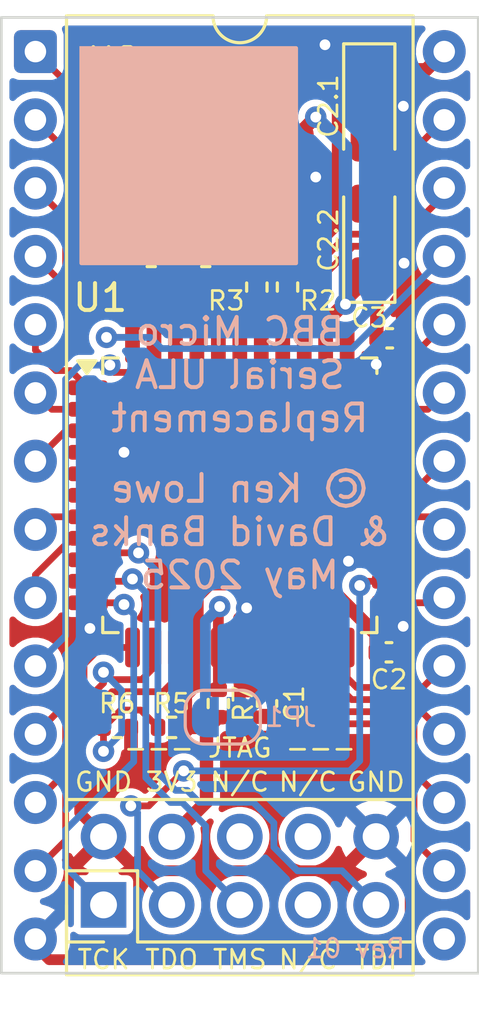
<source format=kicad_pcb>
(kicad_pcb (version 20241229) (generator "pcbnew") (generator_version "9.0")
  (title_block (title "Model B - Serial ULA Replacement") (date "2025-04-28") (rev "01") (company "Ken Lowe") (comment 1 "Rev 01: Initial Release"))
  (layers (0 "F.Cu" signal) (2 "B.Cu" signal) (13 "F.Paste" user) (15 "B.Paste" user) (5 "F.SilkS" user "F.Silkscreen") (7 "B.SilkS" user "B.Silkscreen") (1 "F.Mask" user) (3 "B.Mask" user) (25 "Edge.Cuts" user))
  (net 0 "")
  (net 1 "/D0")
  (net 2 "/D5")
  (net 3 "/D3")
  (net 4 "/D7")
  (net 5 "/D1")
  (net 6 "/D6")
  (net 7 "/D4")
  (net 8 "/D2")
  (net 9 "+5V")
  (net 10 "GND")
  (net 11 "/CTSI")
  (net 12 "/CasMotor")
  (net 13 "/RTSI")
  (net 14 "/CasIn")
  (net 15 "/E")
  (net 16 "/Clk")
  (net 17 "/CasOut")
  (net 18 "/Dout")
  (net 19 "/TxD")
  (net 20 "/RxC")
  (net 21 "/RTSO")
  (net 22 "/~{CS}")
  (net 23 "/CTSO")
  (net 24 "/DCD")
  (net 25 "/Din")
  (net 26 "/TCK")
  (net 27 "/TDO")
  (net 28 "/TDI")
  (net 29 "/TMS")
  (net 30 "/TxC")
  (net 31 "/RxD")
  (net 32 "+3.3V")
  (net 43 "/CasOut1")
  (net 44 "/CasOut0")
  (net 45 "Net-(JP1-B)")
  (footprint "Resistor_SMD:R_0402_1005Metric" (layer "F.Cu") (at 84.803 64.13 -90)
    (property "Reference" "R7" (at 0 -0.927 90) (layer "F.SilkS") (effects (font (size 0.7 0.7) (thickness 0.1))))
    (property "Value" "10K")
    (pad "1" smd roundrect (at -0.51 0 270) (size 0.54 0.64) (layers "F.Cu" "F.Mask" "F.Paste") (net 45 "Net-(JP1-B)"))
    (pad "2" smd roundrect (at 0.51 0 270) (size 0.54 0.64) (layers "F.Cu" "F.Mask" "F.Paste") (net 32 "+3.3V"))
  )
  (footprint "Resistor_SMD:R_0402_1005Metric" (layer "F.Cu") (at 87.381 48.634 -90)
    (property "Reference" "R2" (at 0.51 -1.143 180) (layer "F.SilkS") (effects (font (size 0.7 0.7) (thickness 0.1))))
    (property "Value" "1K8")
    (pad "1" smd roundrect (at -0.51 0 270) (size 0.54 0.64) (layers "F.Cu" "F.Mask" "F.Paste") (net 17 "/CasOut"))
    (pad "2" smd roundrect (at 0.51 0 270) (size 0.54 0.64) (layers "F.Cu" "F.Mask" "F.Paste") (net 43 "/CasOut1"))
  )
  (footprint "Resistor_SMD:R_0402_1005Metric" (layer "F.Cu") (at 86.238 48.636 -90)
    (property "Reference" "R3" (at 0.508 1.143 180) (layer "F.SilkS") (effects (font (size 0.7 0.7) (thickness 0.1))))
    (property "Value" "10K")
    (pad "1" smd roundrect (at -0.51 0 270) (size 0.54 0.64) (layers "F.Cu" "F.Mask" "F.Paste") (net 17 "/CasOut"))
    (pad "2" smd roundrect (at 0.51 0 270) (size 0.54 0.64) (layers "F.Cu" "F.Mask" "F.Paste") (net 44 "/CasOut0"))
  )
  (footprint "Connector_PinHeader_2.54mm:PinHeader_2x05_P2.54mm_Vertical" (layer "F.Cu") (at 80.523 71.623 90)
    (property "Reference" "J1" (hide yes))
    (property "Value" "JTAG-IDC")
    (pad "1" thru_hole rect (at 0 0 90) (size 1.7 1.7) (drill 1) (layers "*.Cu" "*.Mask") (net 26 "/TCK"))
    (pad "2" thru_hole circle (at 2.54 0 90) (size 1.7 1.7) (drill 1) (layers "*.Cu" "*.Mask") (net 10 "GND"))
    (pad "3" thru_hole circle (at 0 2.54 90) (size 1.7 1.7) (drill 1) (layers "*.Cu" "*.Mask") (net 27 "/TDO"))
    (pad "4" thru_hole circle (at 2.54 2.54 90) (size 1.7 1.7) (drill 1) (layers "*.Cu" "*.Mask") (net 32 "+3.3V"))
    (pad "5" thru_hole circle (at 0 5.08 90) (size 1.7 1.7) (drill 1) (layers "*.Cu" "*.Mask") (net 29 "/TMS"))
    (pad "6" thru_hole circle (at 2.54 5.08 90) (size 1.7 1.7) (drill 1) (layers "*.Cu" "*.Mask"))
    (pad "7" thru_hole circle (at 0 7.62 90) (size 1.7 1.7) (drill 1) (layers "*.Cu" "*.Mask"))
    (pad "8" thru_hole circle (at 2.54 7.62 90) (size 1.7 1.7) (drill 1) (layers "*.Cu" "*.Mask"))
    (pad "9" thru_hole circle (at 0 10.16 90) (size 1.7 1.7) (drill 1) (layers "*.Cu" "*.Mask") (net 28 "/TDI"))
    (pad "10" thru_hole circle (at 2.54 10.16 90) (size 1.7 1.7) (drill 1) (layers "*.Cu" "*.Mask") (net 10 "GND"))
  )
  (footprint "Resistor_SMD:R_0402_1005Metric" (layer "F.Cu") (at 83.063 65.019 180)
    (property "Reference" "R5" (at 0 0.889 0) (layer "F.SilkS") (effects (font (size 0.7 0.7) (thickness 0.1))))
    (property "Value" "1K2")
    (pad "1" smd roundrect (at -0.51 0 180) (size 0.54 0.64) (layers "F.Cu" "F.Mask" "F.Paste") (net 32 "+3.3V"))
    (pad "2" smd roundrect (at 0.51 0 180) (size 0.54 0.64) (layers "F.Cu" "F.Mask" "F.Paste") (net 14 "/CasIn"))
  )
  (footprint "Package_QFP:LQFP-44_10x10mm_P0.8mm" (layer "F.Cu") (at 85.603 56.383)
    (property "Reference" "U1" (at -5.207 -7.35 0) (layer "F.SilkS"))
    (property "Value" "XC9572XL-10VQG44C")
    (pad "1" smd roundrect (at -5.6625 -4) (size 1.475 0.55) (layers "F.Cu" "F.Mask" "F.Paste") (net 7 "/D4"))
    (pad "2" smd roundrect (at -5.6625 -3.2) (size 1.475 0.55) (layers "F.Cu" "F.Mask" "F.Paste") (net 2 "/D5"))
    (pad "3" smd roundrect (at -5.6625 -2.4) (size 1.475 0.55) (layers "F.Cu" "F.Mask" "F.Paste") (net 6 "/D6"))
    (pad "4" smd roundrect (at -5.6625 -1.6) (size 1.475 0.55) (layers "F.Cu" "F.Mask" "F.Paste") (net 10 "GND"))
    (pad "5" smd roundrect (at -5.6625 -0.8) (size 1.475 0.55) (layers "F.Cu" "F.Mask" "F.Paste"))
    (pad "6" smd roundrect (at -5.6625 0) (size 1.475 0.55) (layers "F.Cu" "F.Mask" "F.Paste"))
    (pad "7" smd roundrect (at -5.6625 0.8) (size 1.475 0.55) (layers "F.Cu" "F.Mask" "F.Paste") (net 4 "/D7"))
    (pad "8" smd roundrect (at -5.6625 1.6) (size 1.475 0.55) (layers "F.Cu" "F.Mask" "F.Paste") (net 22 "/~{CS}"))
    (pad "9" smd roundrect (at -5.6625 2.4) (size 1.475 0.55) (layers "F.Cu" "F.Mask" "F.Paste") (net 28 "/TDI"))
    (pad "10" smd roundrect (at -5.6625 3.2) (size 1.475 0.55) (layers "F.Cu" "F.Mask" "F.Paste") (net 29 "/TMS"))
    (pad "11" smd roundrect (at -5.6625 4) (size 1.475 0.55) (layers "F.Cu" "F.Mask" "F.Paste") (net 26 "/TCK"))
    (pad "12" smd roundrect (at -4 5.6625) (size 0.55 1.475) (layers "F.Cu" "F.Mask" "F.Paste") (net 12 "/CasMotor"))
    (pad "13" smd roundrect (at -3.2 5.6625) (size 0.55 1.475) (layers "F.Cu" "F.Mask" "F.Paste") (net 14 "/CasIn"))
    (pad "14" smd roundrect (at -2.4 5.6625) (size 0.55 1.475) (layers "F.Cu" "F.Mask" "F.Paste") (net 24 "/DCD"))
    (pad "15" smd roundrect (at -1.6 5.6625) (size 0.55 1.475) (layers "F.Cu" "F.Mask" "F.Paste") (net 32 "+3.3V"))
    (pad "16" smd roundrect (at -0.8 5.6625) (size 0.55 1.475) (layers "F.Cu" "F.Mask" "F.Paste") (net 45 "Net-(JP1-B)"))
    (pad "17" smd roundrect (at 0 5.6625) (size 0.55 1.475) (layers "F.Cu" "F.Mask" "F.Paste") (net 10 "GND"))
    (pad "18" smd roundrect (at 0.8 5.6625) (size 0.55 1.475) (layers "F.Cu" "F.Mask" "F.Paste"))
    (pad "19" smd roundrect (at 1.6 5.6625) (size 0.55 1.475) (layers "F.Cu" "F.Mask" "F.Paste") (net 25 "/Din"))
    (pad "20" smd roundrect (at 2.4 5.6625) (size 0.55 1.475) (layers "F.Cu" "F.Mask" "F.Paste") (net 31 "/RxD"))
    (pad "21" smd roundrect (at 3.2 5.6625) (size 0.55 1.475) (layers "F.Cu" "F.Mask" "F.Paste") (net 20 "/RxC"))
    (pad "22" smd roundrect (at 4 5.6625) (size 0.55 1.475) (layers "F.Cu" "F.Mask" "F.Paste") (net 23 "/CTSO"))
    (pad "23" smd roundrect (at 5.6625 4) (size 1.475 0.55) (layers "F.Cu" "F.Mask" "F.Paste") (net 11 "/CTSI"))
    (pad "24" smd roundrect (at 5.6625 3.2) (size 1.475 0.55) (layers "F.Cu" "F.Mask" "F.Paste") (net 27 "/TDO"))
    (pad "25" smd roundrect (at 5.6625 2.4) (size 1.475 0.55) (layers "F.Cu" "F.Mask" "F.Paste") (net 10 "GND"))
    (pad "26" smd roundrect (at 5.6625 1.6) (size 1.475 0.55) (layers "F.Cu" "F.Mask" "F.Paste") (net 32 "+3.3V"))
    (pad "27" smd roundrect (at 5.6625 0.8) (size 1.475 0.55) (layers "F.Cu" "F.Mask" "F.Paste") (net 18 "/Dout"))
    (pad "28" smd roundrect (at 5.6625 0) (size 1.475 0.55) (layers "F.Cu" "F.Mask" "F.Paste") (net 19 "/TxD"))
    (pad "29" smd roundrect (at 5.6625 -0.8) (size 1.475 0.55) (layers "F.Cu" "F.Mask" "F.Paste"))
    (pad "30" smd roundrect (at 5.6625 -1.6) (size 1.475 0.55) (layers "F.Cu" "F.Mask" "F.Paste"))
    (pad "31" smd roundrect (at 5.6625 -2.4) (size 1.475 0.55) (layers "F.Cu" "F.Mask" "F.Paste"))
    (pad "32" smd roundrect (at 5.6625 -3.2) (size 1.475 0.55) (layers "F.Cu" "F.Mask" "F.Paste") (net 21 "/RTSO"))
    (pad "33" smd roundrect (at 5.6625 -4) (size 1.475 0.55) (layers "F.Cu" "F.Mask" "F.Paste") (net 13 "/RTSI"))
    (pad "34" smd roundrect (at 4 -5.6625) (size 0.55 1.475) (layers "F.Cu" "F.Mask" "F.Paste"))
    (pad "35" smd roundrect (at 3.2 -5.6625) (size 0.55 1.475) (layers "F.Cu" "F.Mask" "F.Paste") (net 32 "+3.3V"))
    (pad "36" smd roundrect (at 2.4 -5.6625) (size 0.55 1.475) (layers "F.Cu" "F.Mask" "F.Paste") (net 30 "/TxC"))
    (pad "37" smd roundrect (at 1.6 -5.6625) (size 0.55 1.475) (layers "F.Cu" "F.Mask" "F.Paste") (net 43 "/CasOut1"))
    (pad "38" smd roundrect (at 0.8 -5.6625) (size 0.55 1.475) (layers "F.Cu" "F.Mask" "F.Paste") (net 44 "/CasOut0"))
    (pad "39" smd roundrect (at 0 -5.6625) (size 0.55 1.475) (layers "F.Cu" "F.Mask" "F.Paste") (net 1 "/D0"))
    (pad "40" smd roundrect (at -0.8 -5.6625) (size 0.55 1.475) (layers "F.Cu" "F.Mask" "F.Paste") (net 5 "/D1"))
    (pad "41" smd roundrect (at -1.6 -5.6625) (size 0.55 1.475) (layers "F.Cu" "F.Mask" "F.Paste") (net 8 "/D2"))
    (pad "42" smd roundrect (at -2.4 -5.6625) (size 0.55 1.475) (layers "F.Cu" "F.Mask" "F.Paste") (net 3 "/D3"))
    (pad "43" smd roundrect (at -3.2 -5.6625) (size 0.55 1.475) (layers "F.Cu" "F.Mask" "F.Paste") (net 15 "/E"))
    (pad "44" smd roundrect (at -4 -5.6625) (size 0.55 1.475) (layers "F.Cu" "F.Mask" "F.Paste") (net 16 "/Clk"))
  )
  (footprint "Resistor_SMD:R_0402_1005Metric" (layer "F.Cu") (at 81.031 65.019)
    (property "Reference" "R6" (at 0 -0.889 0) (layer "F.SilkS") (effects (font (size 0.7 0.7) (thickness 0.1))))
    (property "Value" "1K0")
    (pad "1" smd roundrect (at -0.51 0) (size 0.54 0.64) (layers "F.Cu" "F.Mask" "F.Paste") (net 14 "/CasIn"))
    (pad "2" smd roundrect (at 0.51 0) (size 0.54 0.64) (layers "F.Cu" "F.Mask" "F.Paste") (net 10 "GND"))
  )
  (footprint "Package_TO_SOT_SMD:SOT-223-3_TabPin2" (layer "F.Cu") (at 84.206 43.302 180)
    (property "Reference" "U2" (at 3.302 3.048 0) (layer "F.SilkS"))
    (property "Value" "AMS1117-3.3")
    (pad "1" smd roundrect (at -3.15 -2.3 180) (size 2 1.5) (layers "F.Cu" "F.Mask" "F.Paste") (net 10 "GND"))
    (pad "2" smd roundrect (at -3.15 0 180) (size 2 1.5) (layers "F.Cu" "F.Mask" "F.Paste") (net 32 "+3.3V"))
    (pad "2" smd roundrect (at 3.15 0 180) (size 2 3.8) (layers "F.Cu" "F.Mask" "F.Paste") (net 32 "+3.3V"))
    (pad "3" smd roundrect (at -3.15 2.3 180) (size 2 1.5) (layers "F.Cu" "F.Mask" "F.Paste") (net 9 "+5V"))
  )
  (footprint "Capacitor_SMD:C_0402_1005Metric" (layer "F.Cu") (at 91.163 62.225)
    (property "Reference" "C2" (at 0 1.016 0) (layer "F.SilkS") (effects (font (size 0.7 0.7) (thickness 0.1))))
    (property "Value" "100n")
    (pad "1" smd roundrect (at -0.48 0) (size 0.56 0.62) (layers "F.Cu" "F.Mask" "F.Paste") (net 32 "+3.3V"))
    (pad "2" smd roundrect (at 0.48 0) (size 0.56 0.62) (layers "F.Cu" "F.Mask" "F.Paste") (net 10 "GND"))
  )
  (footprint "Package_DIP:DIP-28_W15.24mm" (layer "F.Cu") (at 77.983 39.873)
    (property "Reference" "U3" (hide yes))
    (property "Value" "2C199")
    (pad "1" thru_hole roundrect (at 0 0) (size 1.6 1.6) (drill 0.8) (layers "*.Cu" "*.Mask") (roundrect_rratio 0.15625) (net 1 "/D0"))
    (pad "2" thru_hole circle (at 0 2.54) (size 1.6 1.6) (drill 0.8) (layers "*.Cu" "*.Mask") (net 5 "/D1"))
    (pad "3" thru_hole circle (at 0 5.08) (size 1.6 1.6) (drill 0.8) (layers "*.Cu" "*.Mask") (net 8 "/D2"))
    (pad "4" thru_hole circle (at 0 7.62) (size 1.6 1.6) (drill 0.8) (layers "*.Cu" "*.Mask") (net 3 "/D3"))
    (pad "5" thru_hole circle (at 0 10.16) (size 1.6 1.6) (drill 0.8) (layers "*.Cu" "*.Mask") (net 7 "/D4"))
    (pad "6" thru_hole circle (at 0 12.7) (size 1.6 1.6) (drill 0.8) (layers "*.Cu" "*.Mask") (net 2 "/D5"))
    (pad "7" thru_hole circle (at 0 15.24) (size 1.6 1.6) (drill 0.8) (layers "*.Cu" "*.Mask") (net 6 "/D6"))
    (pad "8" thru_hole circle (at 0 17.78) (size 1.6 1.6) (drill 0.8) (layers "*.Cu" "*.Mask") (net 4 "/D7"))
    (pad "9" thru_hole circle (at 0 20.32) (size 1.6 1.6) (drill 0.8) (layers "*.Cu" "*.Mask") (net 22 "/~{CS}"))
    (pad "10" thru_hole circle (at 0 22.86) (size 1.6 1.6) (drill 0.8) (layers "*.Cu" "*.Mask") (net 15 "/E"))
    (pad "11" thru_hole circle (at 0 25.4) (size 1.6 1.6) (drill 0.8) (layers "*.Cu" "*.Mask") (net 12 "/CasMotor"))
    (pad "12" thru_hole circle (at 0 27.94) (size 1.6 1.6) (drill 0.8) (layers "*.Cu" "*.Mask") (net 14 "/CasIn"))
    (pad "13" thru_hole circle (at 0 30.48) (size 1.6 1.6) (drill 0.8) (layers "*.Cu" "*.Mask") (net 24 "/DCD"))
    (pad "14" thru_hole circle (at 0 33.02) (size 1.6 1.6) (drill 0.8) (layers "*.Cu" "*.Mask") (net 10 "GND"))
    (pad "15" thru_hole circle (at 15.24 33.02) (size 1.6 1.6) (drill 0.8) (layers "*.Cu" "*.Mask"))
    (pad "16" thru_hole circle (at 15.24 30.48) (size 1.6 1.6) (drill 0.8) (layers "*.Cu" "*.Mask") (net 25 "/Din"))
    (pad "17" thru_hole circle (at 15.24 27.94) (size 1.6 1.6) (drill 0.8) (layers "*.Cu" "*.Mask") (net 31 "/RxD"))
    (pad "18" thru_hole circle (at 15.24 25.4) (size 1.6 1.6) (drill 0.8) (layers "*.Cu" "*.Mask") (net 20 "/RxC"))
    (pad "19" thru_hole circle (at 15.24 22.86) (size 1.6 1.6) (drill 0.8) (layers "*.Cu" "*.Mask") (net 23 "/CTSO"))
    (pad "20" thru_hole circle (at 15.24 20.32) (size 1.6 1.6) (drill 0.8) (layers "*.Cu" "*.Mask") (net 11 "/CTSI"))
    (pad "21" thru_hole circle (at 15.24 17.78) (size 1.6 1.6) (drill 0.8) (layers "*.Cu" "*.Mask") (net 18 "/Dout"))
    (pad "22" thru_hole circle (at 15.24 15.24) (size 1.6 1.6) (drill 0.8) (layers "*.Cu" "*.Mask") (net 19 "/TxD"))
    (pad "23" thru_hole circle (at 15.24 12.7) (size 1.6 1.6) (drill 0.8) (layers "*.Cu" "*.Mask") (net 21 "/RTSO"))
    (pad "24" thru_hole circle (at 15.24 10.16) (size 1.6 1.6) (drill 0.8) (layers "*.Cu" "*.Mask") (net 13 "/RTSI"))
    (pad "25" thru_hole circle (at 15.24 7.62) (size 1.6 1.6) (drill 0.8) (layers "*.Cu" "*.Mask") (net 16 "/Clk"))
    (pad "26" thru_hole circle (at 15.24 5.08) (size 1.6 1.6) (drill 0.8) (layers "*.Cu" "*.Mask") (net 30 "/TxC"))
    (pad "27" thru_hole circle (at 15.24 2.54) (size 1.6 1.6) (drill 0.8) (layers "*.Cu" "*.Mask") (net 17 "/CasOut"))
    (pad "28" thru_hole circle (at 15.24 0) (size 1.6 1.6) (drill 0.8) (layers "*.Cu" "*.Mask") (net 9 "+5V"))
  )
  (footprint "Resistor_SMD:R_0402_1005Metric" (layer "F.Cu") (at 82.301 47.493 180)
    (property "Reference" "R4" (at 1.524 0.127 0) (layer "F.SilkS") (effects (font (size 0.7 0.7) (thickness 0.1))))
    (property "Value" "47K")
    (pad "1" smd roundrect (at -0.51 0 180) (size 0.54 0.64) (layers "F.Cu" "F.Mask" "F.Paste") (net 17 "/CasOut"))
    (pad "2" smd roundrect (at 0.51 0 180) (size 0.54 0.64) (layers "F.Cu" "F.Mask" "F.Paste") (net 10 "GND"))
  )
  (footprint "Resistor_SMD:R_0402_1005Metric" (layer "F.Cu") (at 84.333 47.493 180)
    (property "Reference" "R1" (at -1.524 0.127 0) (layer "F.SilkS") (effects (font (size 0.7 0.7) (thickness 0.1))))
    (property "Value" "1K0")
    (pad "1" smd roundrect (at -0.51 0 180) (size 0.54 0.64) (layers "F.Cu" "F.Mask" "F.Paste") (net 9 "+5V"))
    (pad "2" smd roundrect (at 0.51 0 180) (size 0.54 0.64) (layers "F.Cu" "F.Mask" "F.Paste") (net 17 "/CasOut"))
  )
  (footprint "Capacitor_Tantalum_SMD:CP_EIA-3216-18_Kemet-A" (layer "F.Cu") (at 90.429 41.905 -90)
    (property "Reference" "C2.1" (at 0 1.524 90) (layer "F.SilkS") (effects (font (size 0.7 0.7) (thickness 0.1))))
    (property "Value" "10uF")
    (pad "1" smd roundrect (at -1.3525 0 270) (size 1.415 1.39) (layers "F.Cu" "F.Mask" "F.Paste") (roundrect_rratio 0.179856) (net 9 "+5V"))
    (pad "2" smd roundrect (at 1.3525 0 270) (size 1.415 1.39) (layers "F.Cu" "F.Mask" "F.Paste") (roundrect_rratio 0.179856) (net 10 "GND"))
  )
  (footprint "Capacitor_SMD:C_0402_1005Metric" (layer "F.Cu") (at 86.619 64.13 90)
    (property "Reference" "C1" (at 0 1.016 90) (layer "F.SilkS") (effects (font (size 0.7 0.7) (thickness 0.1))))
    (property "Value" "100n")
    (pad "1" smd roundrect (at -0.48 0 90) (size 0.56 0.62) (layers "F.Cu" "F.Mask" "F.Paste") (net 32 "+3.3V"))
    (pad "2" smd roundrect (at 0.48 0 90) (size 0.56 0.62) (layers "F.Cu" "F.Mask" "F.Paste") (net 10 "GND"))
  )
  (footprint "Capacitor_Tantalum_SMD:CP_EIA-3216-18_Kemet-A" (layer "F.Cu") (at 90.429 46.8834 90)
    (property "Reference" "C2.2" (at 0 -1.524 90) (layer "F.SilkS") (effects (font (size 0.7 0.7) (thickness 0.1))))
    (property "Value" "10uF")
    (pad "1" smd roundrect (at -1.3525 0 90) (size 1.415 1.39) (layers "F.Cu" "F.Mask" "F.Paste") (roundrect_rratio 0.179856) (net 32 "+3.3V"))
    (pad "2" smd roundrect (at 1.3525 0 90) (size 1.415 1.39) (layers "F.Cu" "F.Mask" "F.Paste") (roundrect_rratio 0.179856) (net 10 "GND"))
  )
  (footprint "Capacitor_SMD:C_0402_1005Metric" (layer "F.Cu") (at 91.191 50.541)
    (property "Reference" "C3" (at -0.762 -0.762 0) (layer "F.SilkS") (effects (font (size 0.7 0.7) (thickness 0.1))))
    (property "Value" "100n")
    (pad "1" smd roundrect (at -0.48 0) (size 0.56 0.62) (layers "F.Cu" "F.Mask" "F.Paste") (net 32 "+3.3V"))
    (pad "2" smd roundrect (at 0.48 0) (size 0.56 0.62) (layers "F.Cu" "F.Mask" "F.Paste") (net 10 "GND"))
  )
  (footprint "Jumper:SolderJumper-2_P1.3mm_Open_RoundedPad1.0x1.5mm" (layer "B.Cu") (at 84.968 64.638 180)
    (property "Reference" "JP1" (at -2.54 0 0) (layer "B.SilkS") (effects (font (size 0.7 0.7) (thickness 0.1)) (justify mirror)))
    (property "Value" "SolderJumper_2_Open")
    (pad "1" smd custom (at -0.65 0 180) (size 1 0.5) (layers "B.Cu" "B.Mask") (net 10 "GND") (options (clearance outline) (anchor rect)) (primitives (gr_circle (center 0 -0.25) (end 0.5 -0.25) (width 0) (fill yes)) (gr_circle (center 0 0.25) (end 0.5 0.25) (width 0) (fill yes)) (gr_poly (pts (xy 0.5 -0.75) (xy 0 -0.75) (xy 0 0.75) (xy 0.5 0.75)) (width 0) (fill yes))))
    (pad "2" smd custom (at 0.65 0 180) (size 1 0.5) (layers "B.Cu" "B.Mask") (net 45 "Net-(JP1-B)") (options (clearance outline) (anchor rect)) (primitives (gr_circle (center 0 -0.25) (end 0.5 -0.25) (width 0) (fill yes)) (gr_circle (center 0 0.25) (end 0.5 0.25) (width 0) (fill yes)) (gr_poly (pts (xy 0 -0.75) (xy -0.5 -0.75) (xy -0.5 0.75) (xy 0 0.75)) (width 0) (fill yes))))
  )
  (gr_rect (start 79.698 39.746) (end 87.698 47.746) (stroke (width 0.15)) (fill yes) (layer "B.SilkS"))
  (gr_rect (start 76.713 38.603) (end 94.493 74.163) (stroke (width 0.1)) (fill no) (layer "Edge.Cuts"))
  (gr_text "--- JTAG ---" (at 85.603 65.781 0) (layer "F.SilkS") (effects (font (size 0.7 0.7) (thickness 0.1))))
  (gr_text "GND" (at 80.523 67.051 0) (layer "F.SilkS") (effects (font (size 0.7 0.7) (thickness 0.1))))
  (gr_text "TMS" (at 85.603 73.655 0) (layer "F.SilkS") (effects (font (size 0.7 0.7) (thickness 0.1))))
  (gr_text "3V3" (at 83.063 67.051 0) (layer "F.SilkS") (effects (font (size 0.7 0.7) (thickness 0.1))))
  (gr_text "TCK\n" (at 80.523 73.655 0) (layer "F.SilkS") (effects (font (size 0.7 0.7) (thickness 0.1))))
  (gr_text "GND" (at 90.683 67.051 0) (layer "F.SilkS") (effects (font (size 0.7 0.7) (thickness 0.1))))
  (gr_text "N/C" (at 88.143 73.655 0) (layer "F.SilkS") (effects (font (size 0.7 0.7) (thickness 0.1))))
  (gr_text "N/C" (at 88.143 67.051 0) (layer "F.SilkS") (effects (font (size 0.7 0.7) (thickness 0.1))))
  (gr_text "TDO" (at 83.063 73.655 0) (layer "F.SilkS") (effects (font (size 0.7 0.7) (thickness 0.1))))
  (gr_text "TDI" (at 90.683 73.655 0) (layer "F.SilkS") (effects (font (size 0.7 0.7) (thickness 0.1))))
  (gr_text "N/C" (at 85.603 67.051 0) (layer "F.SilkS") (effects (font (size 0.7 0.7) (thickness 0.1))))
  (gr_text "Rev 01" (at 91.826 73.655 0) (layer "B.SilkS") (effects (font (size 0.7 0.7) (thickness 0.1)) (justify left bottom mirror)))
  (gr_text "© Ken Lowe\n& David Banks\nMay 2025" (at 85.603 59.939 0) (layer "B.SilkS") (effects (font (size 1 1)) (justify bottom mirror)))
  (gr_text "BBC Micro\nSerial ULA\nReplacement" (at 85.603 54.097 0) (layer "B.SilkS") (effects (font (size 1 1)) (justify bottom mirror)))
  (segment (start 77.983 39.873) (end 79.704 41.594) (width 0.25) (layer "F.Cu") (net 1))
  (segment (start 83.759 48.139) (end 85.603 49.983001) (width 0.25) (layer "F.Cu") (net 1))
  (segment (start 80.54243 48.139) (end 83.759 48.139) (width 0.25) (layer "F.Cu") (net 1))
  (segment (start 85.603 49.983001) (end 85.603 50.7205) (width 0.25) (layer "F.Cu") (net 1))
  (segment (start 80.015 47.61157) (end 80.54243 48.139) (width 0.25) (layer "F.Cu") (net 1))
  (segment (start 79.704 41.594) (end 79.704 45.39838) (width 0.25) (layer "F.Cu") (net 1))
  (segment (start 79.704 45.39838) (end 80.015 45.70938) (width 0.25) (layer "F.Cu") (net 1))
  (segment (start 80.015 45.70938) (end 80.015 47.61157) (width 0.25) (layer "F.Cu") (net 1))
  (segment (start 79.9405 53.183) (end 78.593 53.183) (width 0.25) (layer "F.Cu") (net 2))
  (segment (start 78.593 53.183) (end 77.983 52.573) (width 0.25) (layer "F.Cu") (net 2))
  (segment (start 83.203 49.983001) (end 83.203 50.7205) (width 0.25) (layer "F.Cu") (net 3))
  (segment (start 82.711998 49.492) (end 83.203 49.983001) (width 0.25) (layer "F.Cu") (net 3))
  (segment (start 79.982 49.492) (end 82.711998 49.492) (width 0.25) (layer "F.Cu") (net 3))
  (segment (start 77.983 47.493) (end 79.982 49.492) (width 0.25) (layer "F.Cu") (net 3))
  (segment (start 78.453 57.183) (end 77.983 57.653) (width 0.25) (layer "F.Cu") (net 4))
  (segment (start 79.9405 57.183) (end 78.453 57.183) (width 0.25) (layer "F.Cu") (net 4))
  (segment (start 79.56 45.89219) (end 79.56 47.79438) (width 0.25) (layer "F.Cu") (net 5))
  (segment (start 84.803 49.983001) (end 84.803 50.7205) (width 0.25) (layer "F.Cu") (net 5))
  (segment (start 79.56 47.79438) (end 80.35562 48.59) (width 0.25) (layer "F.Cu") (net 5))
  (segment (start 80.35562 48.59) (end 83.41 48.59) (width 0.25) (layer "F.Cu") (net 5))
  (segment (start 79.253 45.58519) (end 79.56 45.89219) (width 0.25) (layer "F.Cu") (net 5))
  (segment (start 77.983 42.413) (end 79.253 43.683) (width 0.25) (layer "F.Cu") (net 5))
  (segment (start 83.41 48.59) (end 84.803 49.983001) (width 0.25) (layer "F.Cu") (net 5))
  (segment (start 79.253 43.683) (end 79.253 45.58519) (width 0.25) (layer "F.Cu") (net 5))
  (segment (start 79.113 53.983) (end 77.983 55.113) (width 0.25) (layer "F.Cu") (net 6))
  (segment (start 79.9405 53.983) (end 79.113 53.983) (width 0.25) (layer "F.Cu") (net 6))
  (segment (start 77.983 50.033) (end 77.983 50.980595) (width 0.25) (layer "F.Cu") (net 7))
  (segment (start 77.983 50.980595) (end 78.745 51.742595) (width 0.25) (layer "F.Cu") (net 7))
  (segment (start 79.300095 51.742595) (end 79.9405 52.383) (width 0.25) (layer "F.Cu") (net 7))
  (segment (start 78.745 51.742595) (end 79.300095 51.742595) (width 0.25) (layer "F.Cu") (net 7))
  (segment (start 79.109 47.98119) (end 80.16881 49.041) (width 0.25) (layer "F.Cu") (net 8))
  (segment (start 77.983 44.953) (end 79.109 46.079) (width 0.25) (layer "F.Cu") (net 8))
  (segment (start 83.061 49.041) (end 84.003 49.983001) (width 0.25) (layer "F.Cu") (net 8))
  (segment (start 79.109 46.079) (end 79.109 47.98119) (width 0.25) (layer "F.Cu") (net 8))
  (segment (start 84.003 49.983001) (end 84.003 50.7205) (width 0.25) (layer "F.Cu") (net 8))
  (segment (start 80.16881 49.041) (end 83.061 49.041) (width 0.25) (layer "F.Cu") (net 8))
  (segment (start 90.429 40.5525) (end 92.5435 40.5525) (width 0.5) (layer "F.Cu") (net 9))
  (segment (start 88.085488 47.403) (end 89.283 46.205488) (width 0.5) (layer "F.Cu") (net 9))
  (segment (start 88.085488 47.403) (end 84.933 47.403) (width 0.5) (layer "F.Cu") (net 9))
  (segment (start 88.5865 41.002) (end 89.283 41.6985) (width 0.5) (layer "F.Cu") (net 9))
  (segment (start 89.283 41.6985) (end 89.283 46.205488) (width 0.5) (layer "F.Cu") (net 9))
  (segment (start 87.356 41.002) (end 88.5865 41.002) (width 0.5) (layer "F.Cu") (net 9))
  (segment (start 90.429 40.5525) (end 89.283 41.6985) (width 0.5) (layer "F.Cu") (net 9))
  (segment (start 92.5435 40.5525) (end 93.223 39.873) (width 0.5) (layer "F.Cu") (net 9))
  (segment (start 84.933 47.403) (end 84.843 47.493) (width 0.5) (layer "F.Cu") (net 9))
  (segment (start 78.498 73.662) (end 91.438 73.662) (width 0.4) (layer "F.Cu") (net 10))
  (segment (start 79.9405 54.783) (end 81.285 54.783) (width 0.5) (layer "F.Cu") (net 10))
  (segment (start 91.671 47.798219) (end 91.72394 47.745279) (width 0.5) (layer "F.Cu") (net 10))
  (segment (start 87.372305 45.602) (end 88.433001 44.541304) (width 0.5) (layer "F.Cu") (net 10))
  (segment (start 85.857 60.721419) (end 85.857 60.574) (width 0.5) (layer "F.Cu") (net 10))
  (segment (start 89.413 65.807587) (end 87.255413 63.65) (width 0.5) (layer "F.Cu") (net 10))
  (segment (start 81.600561 65.078561) (end 81.541 65.019) (width 0.4) (layer "F.Cu") (net 10))
  (segment (start 91.953 73.147) (end 91.953 70.353) (width 0.4) (layer "F.Cu") (net 10))
  (segment (start 90.3731 45.475) (end 90.429 45.5309) (width 0.5) (layer "F.Cu") (net 10))
  (segment (start 79.634 68.194) (end 79.634 67.559) (width 0.4) (layer "F.Cu") (net 10))
  (segment (start 91.438 73.662) (end 91.953 73.147) (width 0.4) (layer "F.Cu") (net 10))
  (segment (start 86.433924 63.65) (end 86.619 63.65) (width 0.5) (layer "F.Cu") (net 10))
  (segment (start 90.429 45.5309) (end 90.429 43.2575) (width 0.5) (layer "F.Cu") (net 10))
  (segment (start 90.3579 45.602) (end 90.429 45.5309) (width 0.5) (layer "F.Cu") (net 10))
  (segment (start 91.699 41.905) (end 91.699 41.9875) (width 0.5) (layer "F.Cu") (net 10))
  (segment (start 79.634 67.559) (end 80.269 66.924) (width 0.4) (layer "F.Cu") (net 10))
  (segment (start 82.541 45.602) (end 81.791 46.352) (width 0.5) (layer "F.Cu") (net 10))
  (segment (start 90.683 69.083) (end 89.413 67.813) (width 0.4) (layer "F.Cu") (net 10))
  (segment (start 89.703 58.783) (end 89.653 58.833) (width 0.5) (layer "F.Cu") (net 10))
  (segment (start 78.014 72.924) (end 77.983 72.893) (width 0.5) (layer "F.Cu") (net 10))
  (segment (start 89.413 70.353) (end 90.683 69.083) (width 0.4) (layer "F.Cu") (net 10))
  (segment (start 87.356 45.602) (end 87.372305 45.602) (width 0.5) (layer "F.Cu") (net 10))
  (segment (start 87.356 45.602) (end 82.541 45.602) (width 0.5) (layer "F.Cu") (net 10))
  (segment (start 80.269 66.924) (end 80.916347 66.924) (width 0.4) (layer "F.Cu") (net 10))
  (segment (start 87.356 45.602) (end 87.356 45.407771) (width 0.5) (layer "F.Cu") (net 10))
  (segment (start 90.2715 45.475) (end 90.429 45.6325) (width 0.5) (layer "F.Cu") (net 10))
  (segment (start 91.692686 61.258) (end 91.692686 62.175314) (width 0.5) (layer "F.Cu") (net 10))
  (segment (start 81.791 46.352) (end 81.791 47.493) (width 0.5) (layer "F.Cu") (net 10))
  (segment (start 91.699 41.9875) (end 90.429 43.2575) (width 0.5) (layer "F.Cu") (net 10))
  (segment (start 87.255413 63.65) (end 86.619 63.65) (width 0.5) (layer "F.Cu") (net 10))
  (segment (start 81.793 70.353) (end 89.413 70.353) (width 0.4) (layer "F.Cu") (net 10))
  (segment (start 81.600561 66.239786) (end 81.600561 65.078561) (width 0.4) (layer "F.Cu") (net 10))
  (segment (start 90.688319 51.508) (end 90.893682 51.508) (width 0.5) (layer "F.Cu") (net 10))
  (segment (start 77.983 73.147) (end 78.498 73.662) (width 0.4) (layer "F.Cu") (net 10))
  (segment (start 85.603 62.0455) (end 85.603 60.975419) (width 0.5) (layer "F.Cu") (net 10))
  (segment (start 91.671 50.730682) (end 91.671 50.541) (width 0.5) (layer "F.Cu") (net 10))
  (segment (start 80.523 69.083) (end 79.634 68.194) (width 0.4) (layer "F.Cu") (net 10))
  (segment (start 91.692686 62.175314) (end 91.643 62.225) (width 0.5) (layer "F.Cu") (net 10))
  (segment (start 89.413 67.813) (end 89.413 65.807587) (width 0.5) (layer "F.Cu") (net 10))
  (segment (start 90.893682 51.508) (end 91.671 50.730682) (width 0.5) (layer "F.Cu") (net 10))
  (segment (start 80.916347 66.924) (end 81.600561 66.239786) (width 0.4) (layer "F.Cu") (net 10))
  (segment (start 77.983 72.893) (end 77.983 73.147) (width 0.4) (layer "F.Cu") (net 10))
  (segment (start 77.983 72.893) (end 77.983 72.644) (width 0.5) (layer "F.Cu") (net 10))
  (segment (start 85.603 60.975419) (end 85.857 60.721419) (width 0.5) (layer "F.Cu") (net 10))
  (segment (start 91.2655 58.783) (end 89.703 58.783) (width 0.5) (layer "F.Cu") (net 10))
  (segment (start 85.603 62.819076) (end 86.433924 63.65) (width 0.5) (layer "F.Cu") (net 10))
  (segment (start 81.234 54.783) (end 81.285 54.732) (width 0.4) (layer "F.Cu") (net 10))
  (segment (start 85.603 62.0455) (end 85.603 62.819076) (width 0.5) (layer "F.Cu") (net 10))
  (segment (start 80.523 69.083) (end 81.793 70.353) (width 0.4) (layer "F.Cu") (net 10))
  (segment (start 91.671 50.541) (end 91.671 47.798219) (width 0.5) (layer "F.Cu") (net 10))
  (segment (start 91.953 70.353) (end 90.683 69.083) (width 0.4) (layer "F.Cu") (net 10))
  (via (at 90.688319 51.508) (size 0.8) (drill 0.4) (layers "F.Cu" "B.Cu") (net 10))
  (via (at 91.699 41.905) (size 0.8) (drill 0.4) (layers "F.Cu" "B.Cu") (net 10))
  (via (at 85.857 60.574) (size 0.8) (drill 0.4) (layers "F.Cu" "B.Cu") (net 10))
  (via (at 80.015 61.336) (size 0.8) (drill 0.4) (layers "F.Cu" "B.Cu") (net 10))
  (via (at 91.72394 47.745279) (size 0.8) (drill 0.4) (layers "F.Cu" "B.Cu") (net 10))
  (via (at 91.692686 61.258) (size 0.8) (drill 0.4) (layers "F.Cu" "B.Cu") (net 10))
  (via (at 81.285 54.783) (size 0.8) (drill 0.4) (layers "F.Cu" "B.Cu") (net 10))
  (via (at 88.433001 44.541304) (size 0.8) (drill 0.4) (layers "F.Cu" "B.Cu") (net 10))
  (via (at 88.778 39.619) (size 0.8) (drill 0.4) (layers "F.Cu" "B.Cu") (net 10))
  (via (at 89.653 58.833) (size 0.8) (drill 0.4) (layers "F.Cu" "B.Cu") (net 10))
  (segment (start 89.653 58.833) (end 85.894 58.833) (width 0.5) (layer "B.Cu") (net 10))
  (segment (start 85.857 58.796) (end 85.857 54.859) (width 0.5) (layer "B.Cu") (net 10))
  (segment (start 86.746 60.574) (end 85.857 60.574) (width 0.4) (layer "B.Cu") (net 10))
  (segment (start 85.857 60.574) (end 85.857 58.796) (width 0.5) (layer "B.Cu") (net 10))
  (segment (start 85.894 58.833) (end 85.857 58.796) (width 0.5) (layer "B.Cu") (net 10))
  (segment (start 91.064 39.619) (end 91.699 40.254) (width 0.5) (layer "B.Cu") (net 10))
  (segment (start 90.369653 58.833) (end 91.692686 60.156033) (width 0.5) (layer "B.Cu") (net 10))
  (segment (start 87.254 61.082) (end 86.746 60.574) (width 0.4) (layer "B.Cu") (net 10))
  (segment (start 88.778 39.619) (end 91.064 39.619) (width 0.5) (layer "B.Cu") (net 10))
  (segment (start 89.653 58.833) (end 90.369653 58.833) (width 0.5) (layer "B.Cu") (net 10))
  (segment (start 88.778 39.619) (end 88.016 39.619) (width 0.5) (layer "B.Cu") (net 10))
  (segment (start 85.857 54.859) (end 85.857 51.811) (width 0.5) (layer "B.Cu") (net 10))
  (segment (start 85.618 64.638) (end 87.254 63.002) (width 0.4) (layer "B.Cu") (net 10))
  (segment (start 88.016 39.619) (end 87.42449 40.21051) (width 0.5) (layer "B.Cu") (net 10))
  (segment (start 87.42449 40.21051) (end 87.42449 43.532793) (width 0.5) (layer "B.Cu") (net 10))
  (segment (start 91.699 40.254) (end 91.699 41.905) (width 0.5) (layer "B.Cu") (net 10))
  (segment (start 91.692686 60.156033) (end 91.692686 61.258) (width 0.5) (layer "B.Cu") (net 10))
  (segment (start 81.285 54.783) (end 85.781 54.783) (width 0.5) (layer "B.Cu") (net 10))
  (segment (start 91.699 41.905) (end 91.699 47.720339) (width 0.5) (layer "B.Cu") (net 10))
  (segment (start 91.699 47.720339) (end 91.72394 47.745279) (width 0.5) (layer "B.Cu") (net 10))
  (segment (start 87.42449 43.532793) (end 88.433001 44.541304) (width 0.5) (layer "B.Cu") (net 10))
  (segment (start 85.857 51.811) (end 90.385319 51.811) (width 0.5) (layer "B.Cu") (net 10))
  (segment (start 87.254 63.002) (end 87.254 61.082) (width 0.4) (layer "B.Cu") (net 10))
  (segment (start 91.71384 47.745422) (end 91.699 47.730582) (width 0.5) (layer "B.Cu") (net 10))
  (segment (start 90.385319 51.811) (end 90.688319 51.508) (width 0.5) (layer "B.Cu") (net 10))
  (segment (start 85.781 54.783) (end 85.857 54.859) (width 0.5) (layer "B.Cu") (net 10))
  (segment (start 93.033 60.383) (end 93.223 60.193) (width 0.25) (layer "F.Cu") (net 11))
  (segment (start 91.2655 60.383) (end 93.033 60.383) (width 0.25) (layer "F.Cu") (net 11))
  (segment (start 79.795 62.667238) (end 79.795 63.461) (width 0.25) (layer "F.Cu") (net 12))
  (segment (start 79.795 63.461) (end 77.983 65.273) (width 0.25) (layer "F.Cu") (net 12))
  (segment (start 80.416738 62.0455) (end 79.795 62.667238) (width 0.25) (layer "F.Cu") (net 12))
  (segment (start 81.603 62.0455) (end 80.416738 62.0455) (width 0.25) (layer "F.Cu") (net 12))
  (segment (start 91.2655 51.9905) (end 91.2655 52.383) (width 0.25) (layer "F.Cu") (net 13))
  (segment (start 93.223 50.033) (end 91.2655 51.9905) (width 0.25) (layer "F.Cu") (net 13))
  (segment (start 82.403 62.782999) (end 81.944999 63.241) (width 0.25) (layer "F.Cu") (net 14))
  (segment (start 80.521 62.967958) (end 80.523 62.969958) (width 0.25) (layer "F.Cu") (net 14))
  (segment (start 79.109 64.78481) (end 79.109 66.687) (width 0.25) (layer "F.Cu") (net 14))
  (segment (start 81.167 64.373) (end 80.521 65.019) (width 0.25) (layer "F.Cu") (net 14))
  (segment (start 80.521 63.37281) (end 80.521 62.967958) (width 0.25) (layer "F.Cu") (net 14))
  (segment (start 80.521 65.019) (end 80.521 65.629439) (width 0.25) (layer "F.Cu") (net 14))
  (segment (start 81.907 64.373) (end 81.167 64.373) (width 0.25) (layer "F.Cu") (net 14))
  (segment (start 80.521 65.629439) (end 80.799561 65.908) (width 0.25) (layer "F.Cu") (net 14))
  (segment (start 82.403 62.0455) (end 82.403 62.782999) (width 0.25) (layer "F.Cu") (net 14))
  (segment (start 79.109 64.78481) (end 80.521 63.37281) (width 0.25) (layer "F.Cu") (net 14))
  (segment (start 80.523 65.021) (end 80.521 65.019) (width 0.5) (layer "F.Cu") (net 14))
  (segment (start 80.521 62.967958) (end 80.794042 63.241) (width 0.25) (layer "F.Cu") (net 14))
  (segment (start 80.794042 63.241) (end 81.944999 63.241) (width 0.25) (layer "F.Cu") (net 14))
  (segment (start 82.553 65.019) (end 81.907 64.373) (width 0.25) (layer "F.Cu") (net 14))
  (segment (start 79.109 66.687) (end 77.983 67.813) (width 0.25) (layer "F.Cu") (net 14))
  (via (at 80.521 62.967958) (size 0.8) (drill 0.4) (layers "F.Cu" "B.Cu") (net 14))
  (via (at 80.521 65.908) (size 0.8) (drill 0.4) (layers "F.Cu" "B.Cu") (net 14))
  (segment (start 81.197 65.232) (end 81.197 63.643958) (width 0.25) (layer "B.Cu") (net 14))
  (segment (start 80.521 65.908) (end 81.197 65.232) (width 0.25) (layer "B.Cu") (net 14))
  (segment (start 81.197 63.643958) (end 80.521 62.967958) (width 0.25) (layer "B.Cu") (net 14))
  (segment (start 80.910635 51.690634) (end 80.759097 51.539096) (width 0.25) (layer "F.Cu") (net 15))
  (segment (start 80.910635 51.811) (end 81.909298 51.811) (width 0.25) (layer "F.Cu") (net 15))
  (segment (start 81.909298 51.811) (end 82.403 51.317298) (width 0.25) (layer "F.Cu") (net 15))
  (segment (start 82.403 51.317298) (end 82.403 50.7205) (width 0.25) (layer "F.Cu") (net 15))
  (segment (start 80.910635 51.811) (end 80.910635 51.690634) (width 0.25) (layer "F.Cu") (net 15))
  (via (at 80.759097 51.539096) (size 0.8) (drill 0.4) (layers "F.Cu" "B.Cu") (net 15))
  (segment (start 79.109 61.607) (end 79.109 52.065) (width 0.25) (layer "B.Cu") (net 15))
  (segment (start 80.759097 51.539096) (end 79.634904 51.539096) (width 0.25) (layer "B.Cu") (net 15))
  (segment (start 79.634904 51.539096) (end 79.109 52.065) (width 0.25) (layer "B.Cu") (net 15))
  (segment (start 77.983 62.733) (end 79.109 61.607) (width 0.25) (layer "B.Cu") (net 15))
  (segment (start 80.63335 50.506995) (end 81.389495 50.506995) (width 0.25) (layer "F.Cu") (net 16))
  (segment (start 81.389495 50.506995) (end 81.603 50.7205) (width 0.25) (layer "F.Cu") (net 16))
  (via (at 80.63335 50.506995) (size 0.8) (drill 0.4) (layers "F.Cu" "B.Cu") (net 16))
  (segment (start 82.266995 50.506995) (end 82.682 50.922) (width 0.25) (layer "B.Cu") (net 16))
  (segment (start 82.682 50.922) (end 89.794 50.922) (width 0.25) (layer "B.Cu") (net 16))
  (segment (start 80.63335 50.506995) (end 82.266995 50.506995) (width 0.25) (layer "B.Cu") (net 16))
  (segment (start 89.794 50.922) (end 93.223 47.493) (width 0.25) (layer "B.Cu") (net 16))
  (segment (start 91.45 46.335514) (end 91.45 44.186) (width 0.25) (layer "F.Cu") (net 17))
  (segment (start 87.379 48.126) (end 87.381 48.124) (width 0.25) (layer "F.Cu") (net 17))
  (segment (start 82.811 47.493) (end 83.823 47.493) (width 0.25) (layer "F.Cu") (net 17))
  (segment (start 86.225 48.139) (end 86.238 48.126) (width 0.25) (layer "F.Cu") (net 17))
  (segment (start 87.381 48.124) (end 88.179076 48.124) (width 0.25) (layer "F.Cu") (net 17))
  (segment (start 91.119514 46.666) (end 91.45 46.335514) (width 0.25) (layer "F.Cu") (net 17))
  (segment (start 91.45 44.186) (end 93.223 42.413) (width 0.25) (layer "F.Cu") (net 17))
  (segment (start 89.637076 46.666) (end 91.119514 46.666) (width 0.25) (layer "F.Cu") (net 17))
  (segment (start 84.469 48.139) (end 86.225 48.139) (width 0.25) (layer "F.Cu") (net 17))
  (segment (start 83.823 47.493) (end 84.469 48.139) (width 0.25) (layer "F.Cu") (net 17))
  (segment (start 88.179076 48.124) (end 89.637076 46.666) (width 0.25) (layer "F.Cu") (net 17))
  (segment (start 86.238 48.126) (end 87.379 48.126) (width 0.25) (layer "F.Cu") (net 17))
  (segment (start 93.223 57.653) (end 92.753 57.183) (width 0.25) (layer "F.Cu") (net 18))
  (segment (start 92.753 57.183) (end 91.2655 57.183) (width 0.25) (layer "F.Cu") (net 18))
  (segment (start 91.2655 56.383) (end 91.953 56.383) (width 0.25) (layer "F.Cu") (net 19))
  (segment (start 91.953 56.383) (end 93.223 55.113) (width 0.25) (layer "F.Cu") (net 19))
  (segment (start 89.772189 63.983999) (end 88.803 63.01481) (width 0.25) (layer "F.Cu") (net 20))
  (segment (start 88.803 63.01481) (end 88.803 62.0455) (width 0.25) (layer "F.Cu") (net 20))
  (segment (start 93.223 65.273) (end 91.933999 63.983999) (width 0.25) (layer "F.Cu") (net 20))
  (segment (start 89.772189 63.983999) (end 91.933999 63.983999) (width 0.25) (layer "F.Cu") (net 20))
  (segment (start 92.613 53.183) (end 93.223 52.573) (width 0.25) (layer "F.Cu") (net 21))
  (segment (start 91.2655 53.183) (end 92.613 53.183) (width 0.25) (layer "F.Cu") (net 21))
  (segment (start 79.9405 57.983) (end 79.343702 57.983) (width 0.25) (layer "F.Cu") (net 22))
  (segment (start 79.343702 57.983) (end 77.983 59.343702) (width 0.25) (layer "F.Cu") (net 22))
  (segment (start 77.983 59.343702) (end 77.983 60.193) (width 0.25) (layer "F.Cu") (net 22))
  (segment (start 89.958999 63.532999) (end 92.423001 63.532999) (width 0.25) (layer "F.Cu") (net 23))
  (segment (start 89.958999 63.532999) (end 89.603 63.177) (width 0.25) (layer "F.Cu") (net 23))
  (segment (start 89.603 63.177) (end 89.603 62.0455) (width 0.25) (layer "F.Cu") (net 23))
  (segment (start 92.423001 63.532999) (end 93.223 62.733) (width 0.25) (layer "F.Cu") (net 23))
  (segment (start 83.203 63.23081) (end 83.203 62.0455) (width 0.25) (layer "F.Cu") (net 24))
  (segment (start 79.109 67.32481) (end 79.56 66.87381) (width 0.25) (layer "F.Cu") (net 24))
  (segment (start 79.56 66.87381) (end 79.56 64.97162) (width 0.25) (layer "F.Cu") (net 24))
  (segment (start 80.83962 63.692) (end 82.74181 63.692) (width 0.25) (layer "F.Cu") (net 24))
  (segment (start 82.74181 63.692) (end 83.203 63.23081) (width 0.25) (layer "F.Cu") (net 24))
  (segment (start 79.109 69.227) (end 79.109 67.32481) (width 0.25) (layer "F.Cu") (net 24))
  (segment (start 77.983 70.353) (end 79.109 69.227) (width 0.25) (layer "F.Cu") (net 24))
  (segment (start 79.56 64.97162) (end 80.83962 63.692) (width 0.25) (layer "F.Cu") (net 24))
  (segment (start 87.203 62.782999) (end 87.203 62.0455) (width 0.25) (layer "F.Cu") (net 25))
  (segment (start 89.306 64.885999) (end 87.203 62.782999) (width 0.25) (layer "F.Cu") (net 25))
  (segment (start 91.646 66.87381) (end 91.646 65.22) (width 0.25) (layer "F.Cu") (net 25))
  (segment (start 91.646 65.22) (end 91.311999 64.885999) (width 0.25) (layer "F.Cu") (net 25))
  (segment (start 91.311999 64.885999) (end 89.306 64.885999) (width 0.25) (layer "F.Cu") (net 25))
  (segment (start 92.097 67.32481) (end 91.646 66.87381) (width 0.25) (layer "F.Cu") (net 25))
  (segment (start 92.097 69.227) (end 92.097 67.32481) (width 0.25) (layer "F.Cu") (net 25))
  (segment (start 93.223 70.353) (end 92.097 69.227) (width 0.25) (layer "F.Cu") (net 25))
  (segment (start 79.9405 60.383) (end 81.221 60.383) (width 0.25) (layer "F.Cu") (net 26))
  (segment (start 81.221 60.383) (end 81.285 60.447) (width 0.25) (layer "F.Cu") (net 26))
  (via (at 81.285 60.447) (size 0.8) (drill 0.4) (layers "F.Cu" "B.Cu") (net 26))
  (segment (start 79.109 70.209) (end 80.523 71.623) (width 0.25) (layer "B.Cu") (net 26))
  (segment (start 79.109 68.833884) (end 79.109 70.209) (width 0.25) (layer "B.Cu") (net 26))
  (segment (start 81.285 60.447) (end 81.648 60.81) (width 0.25) (layer "B.Cu") (net 26))
  (segment (start 81.648 60.81) (end 81.648 66.294884) (width 0.25) (layer "B.Cu") (net 26))
  (segment (start 81.648 66.294884) (end 79.109 68.833884) (width 0.25) (layer "B.Cu") (net 26))
  (segment (start 82.208001 67.94) (end 83.511 66.637001) (width 0.25) (layer "F.Cu") (net 27))
  (segment (start 91.2655 59.583) (end 90.230776 59.583) (width 0.25) (layer "F.Cu") (net 27))
  (segment (start 90.230776 59.583) (end 90.073467 59.740309) (width 0.25) (layer "F.Cu") (net 27))
  (segment (start 81.539 67.94) (end 82.208001 67.94) (width 0.25) (layer "F.Cu") (net 27))
  (via (at 90.073467 59.740309) (size 0.8) (drill 0.4) (layers "F.Cu" "B.Cu") (net 27))
  (via (at 83.511 66.637001) (size 0.8) (drill 0.4) (layers "F.Cu" "B.Cu") (net 27))
  (via (at 81.539 67.94) (size 0.8) (drill 0.4) (layers "F.Cu" "B.Cu") (net 27))
  (segment (start 89.699999 66.637001) (end 83.511 66.637001) (width 0.25) (layer "B.Cu") (net 27))
  (segment (start 90.073467 66.263533) (end 89.699999 66.637001) (width 0.25) (layer "B.Cu") (net 27))
  (segment (start 83.063 71.623) (end 81.793 70.353) (width 0.25) (layer "B.Cu") (net 27))
  (segment (start 81.793 70.353) (end 81.793 68.194) (width 0.25) (layer "B.Cu") (net 27))
  (segment (start 81.793 68.194) (end 81.539 67.94) (width 0.25) (layer "B.Cu") (net 27))
  (segment (start 90.073467 64.231533) (end 90.073467 66.263533) (width 0.25) (layer "B.Cu") (net 27))
  (segment (start 90.073467 64.231533) (end 90.073467 59.740309) (width 0.25) (layer "B.Cu") (net 27))
  (segment (start 79.9405 58.783) (end 80.677999 58.783) (width 0.25) (layer "F.Cu") (net 28))
  (segment (start 80.677999 58.783) (end 80.936978 58.524021) (width 0.25) (layer "F.Cu") (net 28))
  (segment (start 80.936978 58.524021) (end 81.826525 58.524021) (width 0.25) (layer "F.Cu") (net 28))
  (via (at 81.826525 58.524021) (size 0.8) (drill 0.4) (layers "F.Cu" "B.Cu") (net 28))
  (segment (start 89.413 70.353) (end 90.683 71.623) (width 0.25) (layer "B.Cu") (net 28))
  (segment (start 82.55 66.70272) (end 83.209279 67.362) (width 0.25) (layer "B.Cu") (net 28))
  (segment (start 86.873 69.476116) (end 87.749884 70.353) (width 0.25) (layer "B.Cu") (net 28))
  (segment (start 87.749884 70.353) (end 89.413 70.353) (width 0.25) (layer "B.Cu") (net 28))
  (segment (start 81.826525 58.524021) (end 82.55 59.247496) (width 0.25) (layer "B.Cu") (net 28))
  (segment (start 82.55 59.247496) (end 82.55 66.70272) (width 0.25) (layer "B.Cu") (net 28))
  (segment (start 86.873 68.575) (end 86.873 69.476116) (width 0.25) (layer "B.Cu") (net 28))
  (segment (start 84.086463 67.805537) (end 86.103537 67.805537) (width 0.25) (layer "B.Cu") (net 28))
  (segment (start 83.642926 67.362) (end 84.086463 67.805537) (width 0.25) (layer "B.Cu") (net 28))
  (segment (start 86.103537 67.805537) (end 86.873 68.575) (width 0.25) (layer "B.Cu") (net 28))
  (segment (start 83.209279 67.362) (end 83.642926 67.362) (width 0.25) (layer "B.Cu") (net 28))
  (segment (start 81.516543 59.583) (end 81.601229 59.498314) (width 0.25) (layer "F.Cu") (net 29))
  (segment (start 79.9405 59.583) (end 81.516543 59.583) (width 0.25) (layer "F.Cu") (net 29))
  (via (at 81.601229 59.498314) (size 0.8) (drill 0.4) (layers "F.Cu" "B.Cu") (net 29))
  (segment (start 84.333 70.353) (end 85.603 71.623) (width 0.25) (layer "B.Cu") (net 29))
  (segment (start 83.022469 67.813) (end 83.456116 67.813) (width 0.25) (layer "B.Cu") (net 29))
  (segment (start 82.099 66.889532) (end 83.022469 67.813) (width 0.25) (layer "B.Cu") (net 29))
  (segment (start 83.456116 67.813) (end 84.333 68.689884) (width 0.25) (layer "B.Cu") (net 29))
  (segment (start 81.601229 59.498314) (end 82.099 59.996084) (width 0.25) (layer "B.Cu") (net 29))
  (segment (start 84.333 68.689884) (end 84.333 70.353) (width 0.25) (layer "B.Cu") (net 29))
  (segment (start 82.099 59.996084) (end 82.099 66.889532) (width 0.25) (layer "B.Cu") (net 29))
  (segment (start 93.223 44.953) (end 93.223 45.200324) (width 0.25) (layer "F.Cu") (net 30))
  (segment (start 91.306324 47.117) (end 89.823886 47.117) (width 0.25) (layer "F.Cu") (net 30))
  (segment (start 88.027 50.6965) (end 88.003 50.7205) (width 0.25) (layer "F.Cu") (net 30))
  (segment (start 93.223 45.200324) (end 91.306324 47.117) (width 0.25) (layer "F.Cu") (net 30))
  (segment (start 88.027 48.913886) (end 88.027 50.6965) (width 0.25) (layer "F.Cu") (net 30))
  (segment (start 89.823886 47.117) (end 88.027 48.913886) (width 0.25) (layer "F.Cu") (net 30))
  (segment (start 92.097 64.78481) (end 91.747189 64.434999) (width 0.25) (layer "F.Cu") (net 31))
  (segment (start 88.003 62.85262) (end 88.003 62.0455) (width 0.25) (layer "F.Cu") (net 31))
  (segment (start 89.585379 64.434999) (end 91.747189 64.434999) (width 0.25) (layer "F.Cu") (net 31))
  (segment (start 89.585379 64.434999) (end 88.003 62.85262) (width 0.25) (layer "F.Cu") (net 31))
  (segment (start 92.097 66.687) (end 92.097 64.78481) (width 0.25) (layer "F.Cu") (net 31))
  (segment (start 93.223 67.813) (end 92.097 66.687) (width 0.25) (layer "F.Cu") (net 31))
  (segment (start 88.803 58.415) (end 88.803 59.671924) (width 0.5) (layer "F.Cu") (net 32))
  (segment (start 87.356 43.175) (end 87.635 43.175) (width 0.5) (layer "F.Cu") (net 32))
  (segment (start 88.803 49.946924) (end 89.478924 49.271) (width 0.5) (layer "F.Cu") (net 32))
  (segment (start 89.235 57.983) (end 88.803 58.415) (width 0.5) (layer "F.Cu") (net 32))
  (segment (start 90.491924 57.983) (end 90.077 57.568076) (width 0.5) (layer "F.Cu") (net 32))
  (segment (start 88.803 50.7205) (end 88.803 49.946924) (width 0.5) (layer "F.Cu") (net 32))
  (segment (start 90.077 52.221) (end 89.765 51.909) (width 0.5) (layer "F.Cu") (net 32))
  (segment (start 88.803 51.494076) (end 88.803 50.7205) (width 0.5) (layer "F.Cu") (net 32))
  (segment (start 90.429 48.2359) (end 90.429 49.017) (width 0.5) (layer "F.Cu") (net 32))
  (segment (start 87.356 43.302) (end 87.441819 43.302) (width 0.5) (layer "F.Cu") (net 32))
  (segment (start 89.217924 51.909) (end 88.803 51.494076) (width 0.5) (layer "F.Cu") (net 32))
  (segment (start 90.711 49.299) (end 90.711 50.541) (width 0.5) (layer "F.Cu") (net 32))
  (segment (start 84.361 65.082) (end 84.424 65.019) (width 0.5) (layer "F.Cu") (net 32))
  (segment (start 89.54 49.271) (end 89.54 49.1249) (width 0.5) (layer "F.Cu") (net 32))
  (segment (start 87.356 43.302) (end 87.762 43.302) (width 0.5) (layer "F.Cu") (net 32))
  (segment (start 84.474076 59.670924) (end 88.802 59.670924) (width 0.5) (layer "F.Cu") (net 32))
  (segment (start 84.003 62.0455) (end 84.003 63.391) (width 0.5) (layer "F.Cu") (net 32))
  (segment (start 81.056 43.302) (end 87.356 43.302) (width 0.5) (layer "F.Cu") (net 32))
  (segment (start 91.2655 57.983) (end 89.235 57.983) (width 0.5) (layer "F.Cu") (net 32))
  (segment (start 90.077 57.568076) (end 90.077 52.221) (width 0.5) (layer "F.Cu") (net 32))
  (segment (start 84.361 67.785) (end 84.361 65.082) (width 0.5) (layer "F.Cu") (net 32))
  (segment (start 83.063 69.083) (end 84.361 67.785) (width 0.5) (layer "F.Cu") (net 32))
  (segment (start 84.003 62.0455) (end 84.003 60.142) (width 0.5) (layer "F.Cu") (net 32))
  (segment (start 83.573 63.821) (end 84.003 63.391) (width 0.5) (layer "F.Cu") (net 32))
  (segment (start 89.54 49.1249) (end 90.429 48.2359) (width 0.5) (layer "F.Cu") (net 32))
  (segment (start 88.803 59.671924) (end 90.683 61.551924) (width 0.5) (layer "F.Cu") (net 32))
  (segment (start 86.589 64.64) (end 86.619 64.61) (width 0.5) (layer "F.Cu") (net 32))
  (segment (start 83.573 65.019) (end 84.424 65.019) (width 0.5) (layer "F.Cu") (net 32))
  (segment (start 84.424 65.019) (end 84.803 64.64) (width 0.5) (layer "F.Cu") (net 32))
  (segment (start 89.765 51.909) (end 89.217924 51.909) (width 0.5) (layer "F.Cu") (net 32))
  (segment (start 90.429 49.017) (end 90.711 49.299) (width 0.5) (layer "F.Cu") (net 32))
  (segment (start 88.802 59.670924) (end 88.803 59.671924) (width 0.5) (layer "F.Cu") (net 32))
  (segment (start 89.478924 49.271) (end 89.54 49.271) (width 0.5) (layer "F.Cu") (net 32))
  (segment (start 87.441819 43.302) (end 88.433 42.310819) (width 0.5) (layer "F.Cu") (net 32))
  (segment (start 90.683 61.551924) (end 90.683 62.225) (width 0.5) (layer "F.Cu") (net 32))
  (segment (start 84.003 60.142) (end 84.474076 59.670924) (width 0.5) (layer "F.Cu") (net 32))
  (segment (start 84.803 64.64) (end 86.589 64.64) (width 0.5) (layer "F.Cu") (net 32))
  (segment (start 91.2655 57.983) (end 90.491924 57.983) (width 0.5) (layer "F.Cu") (net 32))
  (segment (start 83.573 65.019) (end 83.573 63.821) (width 0.5) (layer "F.Cu") (net 32))
  (via (at 89.54 49.271) (size 0.8) (drill 0.4) (layers "F.Cu" "B.Cu") (net 32))
  (via (at 88.433 42.310819) (size 0.8) (drill 0.4) (layers "F.Cu" "B.Cu") (net 32))
  (segment (start 89.54 49.271) (end 89.54 43.417819) (width 0.5) (layer "B.Cu") (net 32))
  (segment (start 89.54 43.417819) (end 88.433 42.310819) (width 0.5) (layer "B.Cu") (net 32))
  (segment (start 87.203 49.072) (end 87.254 49.021) (width 0.25) (layer "F.Cu") (net 43))
  (segment (start 87.203 50.7205) (end 87.203 49.322) (width 0.25) (layer "F.Cu") (net 43))
  (segment (start 87.203 49.322) (end 87.381 49.144) (width 0.25) (layer "F.Cu") (net 43))
  (segment (start 86.403 50.7205) (end 86.403 49.311) (width 0.25) (layer "F.Cu") (net 44))
  (segment (start 86.403 49.311) (end 86.238 49.146) (width 0.25) (layer "F.Cu") (net 44))
  (segment (start 84.803 60.571923) (end 84.852999 60.521924) (width 0.4) (layer "F.Cu") (net 45))
  (segment (start 84.803 62.0455) (end 84.803 63.62) (width 0.4) (layer "F.Cu") (net 45))
  (segment (start 84.803 62.0455) (end 84.803 60.571923) (width 0.4) (layer "F.Cu") (net 45))
  (via (at 84.852999 60.521924) (size 0.8) (drill 0.4) (layers "F.Cu" "B.Cu") (net 45))
  (segment (start 84.318 61.056923) (end 84.318 64.638) (width 0.4) (layer "B.Cu") (net 45))
  (segment (start 84.852999 60.521924) (end 84.318 61.056923) (width 0.4) (layer "B.Cu") (net 45))
  (zone (net 10) (net_name "GND") (layers "F.Cu" "B.Cu") (connect_pads (clearance 0.254)) (min_thickness 0.25) (fill yes (thermal_gap 0.5) (thermal_bridge_width 0.5))
    (polygon (pts (xy 76.713 38.603) (xy 94.493 38.603) (xy 94.493 74.163) (xy 76.713 74.163)))
  )
)
</source>
